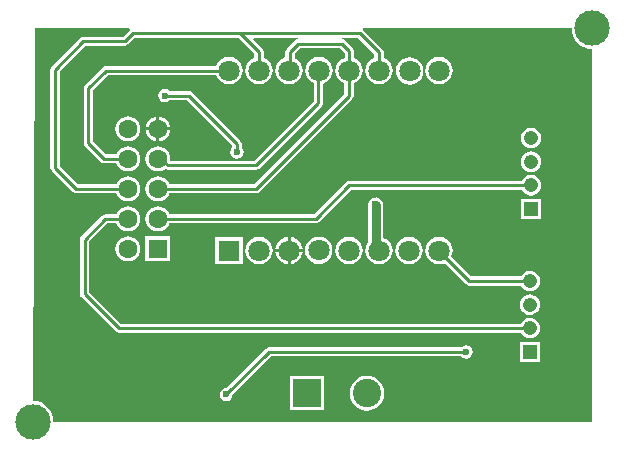
<source format=gbl>
G04*
G04 #@! TF.GenerationSoftware,Altium Limited,Altium Designer,20.1.8 (145)*
G04*
G04 Layer_Physical_Order=2*
G04 Layer_Color=16711680*
%FSLAX25Y25*%
%MOIN*%
G70*
G04*
G04 #@! TF.SameCoordinates,FEA716E4-3BEB-41DC-B402-B05547F70C4C*
G04*
G04*
G04 #@! TF.FilePolarity,Positive*
G04*
G01*
G75*
%ADD31C,0.01000*%
%ADD32C,0.02953*%
%ADD33R,0.07087X0.07087*%
%ADD34C,0.07087*%
%ADD35C,0.09449*%
%ADD36R,0.09449X0.09449*%
%ADD37C,0.06299*%
%ADD38R,0.06299X0.06299*%
%ADD39C,0.04756*%
%ADD40R,0.04756X0.04756*%
%ADD41C,0.11811*%
%ADD42C,0.02362*%
%ADD43C,0.01968*%
G36*
X191620Y141560D02*
X192015Y140258D01*
X192656Y139058D01*
X193519Y138007D01*
X194570Y137144D01*
X195770Y136503D01*
X197072Y136108D01*
X198425Y135975D01*
Y11811D01*
X18750D01*
X18617Y13165D01*
X18222Y14466D01*
X17581Y15666D01*
X16718Y16718D01*
X15666Y17581D01*
X14466Y18222D01*
X13165Y18617D01*
X11853Y18746D01*
X12598Y142913D01*
X44032D01*
X44187Y142442D01*
X44188Y142413D01*
X41886Y140112D01*
X28740D01*
X28155Y139996D01*
X27659Y139664D01*
X18210Y130215D01*
X17878Y129719D01*
X17762Y129134D01*
Y96457D01*
X17878Y95871D01*
X18210Y95375D01*
X25297Y88289D01*
X25793Y87957D01*
X26378Y87841D01*
X39705D01*
X39938Y87277D01*
X40604Y86411D01*
X41470Y85745D01*
X42480Y85327D01*
X43563Y85185D01*
X44646Y85327D01*
X45656Y85745D01*
X46523Y86411D01*
X47188Y87277D01*
X47606Y88287D01*
X47748Y89370D01*
X47606Y90453D01*
X47188Y91463D01*
X46523Y92330D01*
X45656Y92995D01*
X44646Y93413D01*
X43563Y93555D01*
X42480Y93413D01*
X41470Y92995D01*
X40604Y92330D01*
X39938Y91463D01*
X39705Y90899D01*
X27011D01*
X20821Y97090D01*
Y128500D01*
X29374Y137053D01*
X42520D01*
X43105Y137170D01*
X43601Y137501D01*
X45909Y139809D01*
X80469D01*
X85750Y134528D01*
Y133095D01*
X84988Y132780D01*
X84039Y132051D01*
X83311Y131102D01*
X82853Y129997D01*
X82697Y128811D01*
X82853Y127625D01*
X83311Y126520D01*
X84039Y125571D01*
X84988Y124843D01*
X86094Y124385D01*
X87280Y124229D01*
X88466Y124385D01*
X89571Y124843D01*
X90520Y125571D01*
X91248Y126520D01*
X91706Y127625D01*
X91862Y128811D01*
X91706Y129997D01*
X91248Y131102D01*
X90520Y132051D01*
X89571Y132780D01*
X88809Y133095D01*
Y135161D01*
X88693Y135747D01*
X88361Y136243D01*
X85257Y139347D01*
X85448Y139809D01*
X100267D01*
X100316Y139309D01*
X99808Y139208D01*
X99312Y138877D01*
X96552Y136117D01*
X96221Y135621D01*
X96105Y135035D01*
Y133239D01*
X96094Y133237D01*
X94988Y132780D01*
X94039Y132051D01*
X93311Y131102D01*
X92853Y129997D01*
X92697Y128811D01*
X92853Y127625D01*
X93311Y126520D01*
X94039Y125571D01*
X94988Y124843D01*
X96094Y124385D01*
X97280Y124229D01*
X98466Y124385D01*
X99571Y124843D01*
X100520Y125571D01*
X101248Y126520D01*
X101706Y127625D01*
X101862Y128811D01*
X101706Y129997D01*
X101248Y131102D01*
X100520Y132051D01*
X99571Y132780D01*
X99163Y132948D01*
Y134402D01*
X101027Y136266D01*
X114327D01*
X115793Y134800D01*
Y133113D01*
X114988Y132780D01*
X114039Y132051D01*
X113311Y131102D01*
X112853Y129997D01*
X112697Y128811D01*
X112853Y127625D01*
X113311Y126520D01*
X114039Y125571D01*
X114988Y124843D01*
X115773Y124518D01*
Y121085D01*
X85587Y90899D01*
X57421D01*
X57188Y91463D01*
X56523Y92330D01*
X55656Y92995D01*
X54646Y93413D01*
X53563Y93555D01*
X52480Y93413D01*
X51470Y92995D01*
X50603Y92330D01*
X49938Y91463D01*
X49520Y90453D01*
X49378Y89370D01*
X49520Y88287D01*
X49938Y87277D01*
X50603Y86411D01*
X51470Y85745D01*
X52480Y85327D01*
X53563Y85185D01*
X54646Y85327D01*
X55656Y85745D01*
X56523Y86411D01*
X57188Y87277D01*
X57421Y87841D01*
X86221D01*
X86806Y87957D01*
X87302Y88289D01*
X118384Y119370D01*
X118715Y119867D01*
X118832Y120452D01*
Y124536D01*
X119571Y124843D01*
X120520Y125571D01*
X121248Y126520D01*
X121706Y127625D01*
X121862Y128811D01*
X121706Y129997D01*
X121248Y131102D01*
X120520Y132051D01*
X119571Y132780D01*
X118852Y133077D01*
Y135433D01*
X118736Y136018D01*
X118404Y136514D01*
X116042Y138877D01*
X115546Y139208D01*
X115039Y139309D01*
X115088Y139809D01*
X120233D01*
X125750Y134292D01*
Y133095D01*
X124988Y132780D01*
X124039Y132051D01*
X123311Y131102D01*
X122853Y129997D01*
X122697Y128811D01*
X122853Y127625D01*
X123311Y126520D01*
X124039Y125571D01*
X124988Y124843D01*
X126094Y124385D01*
X127280Y124229D01*
X128466Y124385D01*
X129571Y124843D01*
X130520Y125571D01*
X131248Y126520D01*
X131706Y127625D01*
X131862Y128811D01*
X131706Y129997D01*
X131248Y131102D01*
X130520Y132051D01*
X129571Y132780D01*
X128809Y133095D01*
Y134925D01*
X128693Y135510D01*
X128361Y136006D01*
X121954Y142413D01*
X121955Y142442D01*
X122109Y142913D01*
X191486D01*
X191620Y141560D01*
D02*
G37*
%LPC*%
G36*
X147280Y133394D02*
X146094Y133237D01*
X144988Y132780D01*
X144039Y132051D01*
X143311Y131102D01*
X142853Y129997D01*
X142697Y128811D01*
X142853Y127625D01*
X143311Y126520D01*
X144039Y125571D01*
X144988Y124843D01*
X146094Y124385D01*
X147280Y124229D01*
X148466Y124385D01*
X149571Y124843D01*
X150520Y125571D01*
X151248Y126520D01*
X151706Y127625D01*
X151862Y128811D01*
X151706Y129997D01*
X151248Y131102D01*
X150520Y132051D01*
X149571Y132780D01*
X148466Y133237D01*
X147280Y133394D01*
D02*
G37*
G36*
X77280D02*
X76094Y133237D01*
X74988Y132780D01*
X74039Y132051D01*
X73311Y131102D01*
X72996Y130340D01*
X36291D01*
X35706Y130224D01*
X35210Y129893D01*
X29234Y123916D01*
X28902Y123420D01*
X28786Y122835D01*
Y104724D01*
X28902Y104139D01*
X29234Y103643D01*
X34588Y98289D01*
X35084Y97957D01*
X35669Y97841D01*
X39705D01*
X39938Y97277D01*
X40604Y96411D01*
X41470Y95745D01*
X42480Y95327D01*
X43563Y95185D01*
X44646Y95327D01*
X45656Y95745D01*
X46523Y96411D01*
X47188Y97277D01*
X47606Y98287D01*
X47748Y99370D01*
X47606Y100453D01*
X47188Y101463D01*
X46523Y102330D01*
X45656Y102995D01*
X44646Y103413D01*
X43563Y103556D01*
X42480Y103413D01*
X41470Y102995D01*
X40604Y102330D01*
X39938Y101463D01*
X39705Y100900D01*
X36303D01*
X31844Y105358D01*
Y122201D01*
X36925Y127282D01*
X72996D01*
X73311Y126520D01*
X74039Y125571D01*
X74988Y124843D01*
X76094Y124385D01*
X77280Y124229D01*
X78466Y124385D01*
X79571Y124843D01*
X80520Y125571D01*
X81248Y126520D01*
X81706Y127625D01*
X81862Y128811D01*
X81706Y129997D01*
X81248Y131102D01*
X80520Y132051D01*
X79571Y132780D01*
X78466Y133237D01*
X77280Y133394D01*
D02*
G37*
G36*
X137476Y133315D02*
X136290Y133159D01*
X135185Y132701D01*
X134236Y131973D01*
X133508Y131024D01*
X133050Y129918D01*
X132894Y128732D01*
X133050Y127546D01*
X133508Y126441D01*
X134236Y125492D01*
X135185Y124764D01*
X136290Y124306D01*
X137476Y124150D01*
X138663Y124306D01*
X139768Y124764D01*
X140717Y125492D01*
X141445Y126441D01*
X141903Y127546D01*
X142059Y128732D01*
X141903Y129918D01*
X141445Y131024D01*
X140717Y131973D01*
X139768Y132701D01*
X138663Y133159D01*
X137476Y133315D01*
D02*
G37*
G36*
X54063Y113490D02*
Y109870D01*
X57683D01*
X57606Y110453D01*
X57188Y111463D01*
X56523Y112330D01*
X55656Y112995D01*
X54646Y113413D01*
X54063Y113490D01*
D02*
G37*
G36*
X53063D02*
X52480Y113413D01*
X51470Y112995D01*
X50603Y112330D01*
X49938Y111463D01*
X49520Y110453D01*
X49443Y109870D01*
X53063D01*
Y113490D01*
D02*
G37*
G36*
X57683Y108870D02*
X54063D01*
Y105251D01*
X54646Y105327D01*
X55656Y105745D01*
X56523Y106411D01*
X57188Y107277D01*
X57606Y108287D01*
X57683Y108870D01*
D02*
G37*
G36*
X53063D02*
X49443D01*
X49520Y108287D01*
X49938Y107277D01*
X50603Y106411D01*
X51470Y105745D01*
X52480Y105327D01*
X53063Y105251D01*
Y108870D01*
D02*
G37*
G36*
X43563Y113556D02*
X42480Y113413D01*
X41470Y112995D01*
X40604Y112330D01*
X39938Y111463D01*
X39520Y110453D01*
X39378Y109370D01*
X39520Y108287D01*
X39938Y107277D01*
X40604Y106411D01*
X41470Y105745D01*
X42480Y105327D01*
X43563Y105185D01*
X44646Y105327D01*
X45656Y105745D01*
X46523Y106411D01*
X47188Y107277D01*
X47606Y108287D01*
X47748Y109370D01*
X47606Y110453D01*
X47188Y111463D01*
X46523Y112330D01*
X45656Y112995D01*
X44646Y113413D01*
X43563Y113556D01*
D02*
G37*
G36*
X177953Y109706D02*
X177071Y109590D01*
X176249Y109250D01*
X175544Y108708D01*
X175002Y108003D01*
X174662Y107181D01*
X174546Y106299D01*
X174662Y105417D01*
X175002Y104596D01*
X175544Y103890D01*
X176249Y103349D01*
X177071Y103008D01*
X177953Y102892D01*
X178835Y103008D01*
X179656Y103349D01*
X180362Y103890D01*
X180903Y104596D01*
X181244Y105417D01*
X181360Y106299D01*
X181244Y107181D01*
X180903Y108003D01*
X180362Y108708D01*
X179656Y109250D01*
X178835Y109590D01*
X177953Y109706D01*
D02*
G37*
G36*
X55905Y122696D02*
X55054Y122527D01*
X54333Y122045D01*
X53851Y121324D01*
X53682Y120472D01*
X53851Y119621D01*
X54333Y118900D01*
X55054Y118418D01*
X55905Y118249D01*
X56757Y118418D01*
X57478Y118900D01*
X57507Y118943D01*
X63146D01*
X78392Y103697D01*
Y103208D01*
X78349Y103179D01*
X77867Y102458D01*
X77697Y101607D01*
X77867Y100756D01*
X78349Y100034D01*
X79070Y99552D01*
X79921Y99383D01*
X80772Y99552D01*
X81494Y100034D01*
X81976Y100756D01*
X82145Y101607D01*
X81976Y102458D01*
X81494Y103179D01*
X81451Y103208D01*
Y104331D01*
X81334Y104916D01*
X81003Y105412D01*
X64861Y121554D01*
X64365Y121885D01*
X63779Y122002D01*
X57507D01*
X57478Y122045D01*
X56757Y122527D01*
X55905Y122696D01*
D02*
G37*
G36*
X107280Y133394D02*
X106094Y133237D01*
X104988Y132780D01*
X104039Y132051D01*
X103311Y131102D01*
X102853Y129997D01*
X102697Y128811D01*
X102853Y127625D01*
X103311Y126520D01*
X104039Y125571D01*
X104988Y124843D01*
X105557Y124607D01*
Y118744D01*
X85587Y98773D01*
X58049D01*
X57719Y99149D01*
X57748Y99370D01*
X57606Y100453D01*
X57188Y101463D01*
X56523Y102330D01*
X55656Y102995D01*
X54646Y103413D01*
X53563Y103556D01*
X52480Y103413D01*
X51470Y102995D01*
X50603Y102330D01*
X49938Y101463D01*
X49520Y100453D01*
X49378Y99370D01*
X49520Y98287D01*
X49938Y97277D01*
X50603Y96411D01*
X51470Y95745D01*
X52480Y95327D01*
X53563Y95185D01*
X54646Y95327D01*
X55656Y95745D01*
X55975Y95990D01*
X56213Y95831D01*
X56798Y95715D01*
X86221D01*
X86806Y95831D01*
X87302Y96163D01*
X108168Y117029D01*
X108500Y117525D01*
X108616Y118110D01*
Y124447D01*
X109571Y124843D01*
X110520Y125571D01*
X111248Y126520D01*
X111706Y127625D01*
X111862Y128811D01*
X111706Y129997D01*
X111248Y131102D01*
X110520Y132051D01*
X109571Y132780D01*
X108466Y133237D01*
X107280Y133394D01*
D02*
G37*
G36*
X177953Y101832D02*
X177071Y101716D01*
X176249Y101376D01*
X175544Y100834D01*
X175002Y100129D01*
X174662Y99307D01*
X174546Y98425D01*
X174662Y97543D01*
X175002Y96722D01*
X175544Y96016D01*
X176249Y95475D01*
X177071Y95134D01*
X177953Y95018D01*
X178835Y95134D01*
X179656Y95475D01*
X180362Y96016D01*
X180903Y96722D01*
X181244Y97543D01*
X181360Y98425D01*
X181244Y99307D01*
X180903Y100129D01*
X180362Y100834D01*
X179656Y101376D01*
X178835Y101716D01*
X177953Y101832D01*
D02*
G37*
G36*
Y93958D02*
X177071Y93842D01*
X176249Y93502D01*
X175544Y92960D01*
X175002Y92255D01*
X174930Y92081D01*
X117323D01*
X116738Y91964D01*
X116241Y91633D01*
X105508Y80900D01*
X57421D01*
X57188Y81463D01*
X56523Y82330D01*
X55656Y82995D01*
X54646Y83413D01*
X53563Y83556D01*
X52480Y83413D01*
X51470Y82995D01*
X50603Y82330D01*
X49938Y81463D01*
X49520Y80453D01*
X49378Y79370D01*
X49520Y78287D01*
X49938Y77277D01*
X50603Y76411D01*
X51470Y75745D01*
X52480Y75327D01*
X53563Y75185D01*
X54646Y75327D01*
X55656Y75745D01*
X56523Y76411D01*
X57188Y77277D01*
X57421Y77841D01*
X106142D01*
X106727Y77957D01*
X107223Y78289D01*
X117956Y89022D01*
X174930D01*
X175002Y88848D01*
X175544Y88142D01*
X176249Y87601D01*
X177071Y87260D01*
X177953Y87144D01*
X178835Y87260D01*
X179656Y87601D01*
X180362Y88142D01*
X180903Y88848D01*
X181244Y89669D01*
X181360Y90551D01*
X181244Y91433D01*
X180903Y92255D01*
X180362Y92960D01*
X179656Y93502D01*
X178835Y93842D01*
X177953Y93958D01*
D02*
G37*
G36*
X126245Y86516D02*
X126013Y86470D01*
X125984Y86476D01*
X125133Y86307D01*
X124412Y85825D01*
X123930Y85103D01*
X123760Y84252D01*
X123766Y84223D01*
X123720Y83991D01*
Y71635D01*
X123311Y71102D01*
X122853Y69997D01*
X122697Y68811D01*
X122853Y67625D01*
X123311Y66520D01*
X124039Y65571D01*
X124988Y64842D01*
X126094Y64385D01*
X127280Y64228D01*
X128466Y64385D01*
X129571Y64842D01*
X130520Y65571D01*
X131248Y66520D01*
X131706Y67625D01*
X131862Y68811D01*
X131706Y69997D01*
X131248Y71102D01*
X130520Y72051D01*
X129571Y72780D01*
X128770Y73111D01*
Y83991D01*
X128578Y84958D01*
X128030Y85777D01*
X127211Y86324D01*
X126245Y86516D01*
D02*
G37*
G36*
X181331Y86055D02*
X174575D01*
Y79299D01*
X181331D01*
Y86055D01*
D02*
G37*
G36*
X43563Y83556D02*
X42480Y83413D01*
X41470Y82995D01*
X40604Y82330D01*
X39938Y81463D01*
X39705Y80900D01*
X36063D01*
X35478Y80783D01*
X34982Y80452D01*
X28052Y73522D01*
X27721Y73026D01*
X27604Y72441D01*
Y54331D01*
X27721Y53745D01*
X28052Y53249D01*
X39470Y41832D01*
X39966Y41500D01*
X40551Y41384D01*
X174536D01*
X174608Y41210D01*
X175150Y40504D01*
X175856Y39963D01*
X176677Y39622D01*
X177559Y39506D01*
X178441Y39622D01*
X179263Y39963D01*
X179968Y40504D01*
X180510Y41210D01*
X180850Y42032D01*
X180966Y42913D01*
X180850Y43795D01*
X180510Y44617D01*
X179968Y45323D01*
X179263Y45864D01*
X178441Y46204D01*
X177559Y46321D01*
X176677Y46204D01*
X175856Y45864D01*
X175150Y45323D01*
X174608Y44617D01*
X174536Y44443D01*
X41185D01*
X30663Y54964D01*
Y71807D01*
X36696Y77841D01*
X39705D01*
X39938Y77277D01*
X40604Y76411D01*
X41470Y75745D01*
X42480Y75327D01*
X43563Y75185D01*
X44646Y75327D01*
X45656Y75745D01*
X46523Y76411D01*
X47188Y77277D01*
X47606Y78287D01*
X47748Y79370D01*
X47606Y80453D01*
X47188Y81463D01*
X46523Y82330D01*
X45656Y82995D01*
X44646Y83413D01*
X43563Y83556D01*
D02*
G37*
G36*
X97780Y73328D02*
Y69311D01*
X101796D01*
X101706Y69997D01*
X101248Y71102D01*
X100520Y72051D01*
X99571Y72780D01*
X98466Y73237D01*
X97780Y73328D01*
D02*
G37*
G36*
X96780D02*
X96094Y73237D01*
X94988Y72780D01*
X94039Y72051D01*
X93311Y71102D01*
X92853Y69997D01*
X92763Y69311D01*
X96780D01*
Y73328D01*
D02*
G37*
G36*
X57713Y73520D02*
X49413D01*
Y65220D01*
X57713D01*
Y73520D01*
D02*
G37*
G36*
X43563Y73555D02*
X42480Y73413D01*
X41470Y72995D01*
X40604Y72330D01*
X39938Y71463D01*
X39520Y70453D01*
X39378Y69370D01*
X39520Y68287D01*
X39938Y67277D01*
X40604Y66411D01*
X41470Y65745D01*
X42480Y65327D01*
X43563Y65185D01*
X44646Y65327D01*
X45656Y65745D01*
X46523Y66411D01*
X47188Y67277D01*
X47606Y68287D01*
X47748Y69370D01*
X47606Y70453D01*
X47188Y71463D01*
X46523Y72330D01*
X45656Y72995D01*
X44646Y73413D01*
X43563Y73555D01*
D02*
G37*
G36*
X107161Y73472D02*
X105975Y73316D01*
X104870Y72858D01*
X103921Y72130D01*
X103193Y71181D01*
X102735Y70076D01*
X102579Y68890D01*
X102735Y67704D01*
X103193Y66599D01*
X103921Y65649D01*
X104870Y64921D01*
X105975Y64464D01*
X107161Y64307D01*
X108347Y64464D01*
X109453Y64921D01*
X110402Y65649D01*
X111130Y66599D01*
X111588Y67704D01*
X111744Y68890D01*
X111588Y70076D01*
X111130Y71181D01*
X110402Y72130D01*
X109453Y72858D01*
X108347Y73316D01*
X107161Y73472D01*
D02*
G37*
G36*
X101796Y68311D02*
X97780D01*
Y64294D01*
X98466Y64385D01*
X99571Y64842D01*
X100520Y65571D01*
X101248Y66520D01*
X101706Y67625D01*
X101796Y68311D01*
D02*
G37*
G36*
X96780D02*
X92763D01*
X92853Y67625D01*
X93311Y66520D01*
X94039Y65571D01*
X94988Y64842D01*
X96094Y64385D01*
X96780Y64294D01*
Y68311D01*
D02*
G37*
G36*
X81823Y73354D02*
X72736D01*
Y64268D01*
X81823D01*
Y73354D01*
D02*
G37*
G36*
X137280Y73393D02*
X136094Y73237D01*
X134988Y72780D01*
X134039Y72051D01*
X133311Y71102D01*
X132853Y69997D01*
X132697Y68811D01*
X132853Y67625D01*
X133311Y66520D01*
X134039Y65571D01*
X134988Y64842D01*
X136094Y64385D01*
X137280Y64228D01*
X138466Y64385D01*
X139571Y64842D01*
X140520Y65571D01*
X141248Y66520D01*
X141706Y67625D01*
X141862Y68811D01*
X141706Y69997D01*
X141248Y71102D01*
X140520Y72051D01*
X139571Y72780D01*
X138466Y73237D01*
X137280Y73393D01*
D02*
G37*
G36*
X117280D02*
X116094Y73237D01*
X114988Y72780D01*
X114039Y72051D01*
X113311Y71102D01*
X112853Y69997D01*
X112697Y68811D01*
X112853Y67625D01*
X113311Y66520D01*
X114039Y65571D01*
X114988Y64842D01*
X116094Y64385D01*
X117280Y64228D01*
X118466Y64385D01*
X119571Y64842D01*
X120520Y65571D01*
X121248Y66520D01*
X121706Y67625D01*
X121862Y68811D01*
X121706Y69997D01*
X121248Y71102D01*
X120520Y72051D01*
X119571Y72780D01*
X118466Y73237D01*
X117280Y73393D01*
D02*
G37*
G36*
X87280D02*
X86094Y73237D01*
X84988Y72780D01*
X84039Y72051D01*
X83311Y71102D01*
X82853Y69997D01*
X82697Y68811D01*
X82853Y67625D01*
X83311Y66520D01*
X84039Y65571D01*
X84988Y64842D01*
X86094Y64385D01*
X87280Y64228D01*
X88466Y64385D01*
X89571Y64842D01*
X90520Y65571D01*
X91248Y66520D01*
X91706Y67625D01*
X91862Y68811D01*
X91706Y69997D01*
X91248Y71102D01*
X90520Y72051D01*
X89571Y72780D01*
X88466Y73237D01*
X87280Y73393D01*
D02*
G37*
G36*
X147280D02*
X146094Y73237D01*
X144988Y72780D01*
X144039Y72051D01*
X143311Y71102D01*
X142853Y69997D01*
X142697Y68811D01*
X142853Y67625D01*
X143311Y66520D01*
X144039Y65571D01*
X144988Y64842D01*
X146094Y64385D01*
X147280Y64228D01*
X148466Y64385D01*
X149227Y64700D01*
X156348Y57580D01*
X156844Y57248D01*
X157429Y57132D01*
X174536D01*
X174608Y56958D01*
X175150Y56252D01*
X175856Y55711D01*
X176677Y55370D01*
X177559Y55254D01*
X178441Y55370D01*
X179263Y55711D01*
X179968Y56252D01*
X180510Y56958D01*
X180850Y57780D01*
X180966Y58661D01*
X180850Y59543D01*
X180510Y60365D01*
X179968Y61071D01*
X179263Y61612D01*
X178441Y61952D01*
X177559Y62068D01*
X176677Y61952D01*
X175856Y61612D01*
X175150Y61071D01*
X174608Y60365D01*
X174536Y60191D01*
X158063D01*
X151390Y66863D01*
X151706Y67625D01*
X151862Y68811D01*
X151706Y69997D01*
X151248Y71102D01*
X150520Y72051D01*
X149571Y72780D01*
X148466Y73237D01*
X147280Y73393D01*
D02*
G37*
G36*
X177559Y54194D02*
X176677Y54078D01*
X175856Y53738D01*
X175150Y53197D01*
X174608Y52491D01*
X174268Y51669D01*
X174152Y50787D01*
X174268Y49906D01*
X174608Y49084D01*
X175150Y48378D01*
X175856Y47837D01*
X176677Y47496D01*
X177559Y47380D01*
X178441Y47496D01*
X179263Y47837D01*
X179968Y48378D01*
X180510Y49084D01*
X180850Y49906D01*
X180966Y50787D01*
X180850Y51669D01*
X180510Y52491D01*
X179968Y53197D01*
X179263Y53738D01*
X178441Y54078D01*
X177559Y54194D01*
D02*
G37*
G36*
X156299Y37263D02*
X155448Y37094D01*
X154727Y36612D01*
X154698Y36569D01*
X90551D01*
X89966Y36452D01*
X89470Y36121D01*
X76429Y23080D01*
X76378Y23090D01*
X75527Y22921D01*
X74805Y22439D01*
X74323Y21717D01*
X74154Y20866D01*
X74323Y20015D01*
X74805Y19294D01*
X75527Y18812D01*
X76378Y18642D01*
X77229Y18812D01*
X77950Y19294D01*
X78433Y20015D01*
X78602Y20866D01*
X78592Y20917D01*
X91185Y33510D01*
X154698D01*
X154727Y33467D01*
X155448Y32985D01*
X156299Y32816D01*
X157150Y32985D01*
X157872Y33467D01*
X158354Y34188D01*
X158523Y35039D01*
X158354Y35890D01*
X157872Y36612D01*
X157150Y37094D01*
X156299Y37263D01*
D02*
G37*
G36*
X180937Y38417D02*
X174181D01*
Y31661D01*
X180937D01*
Y38417D01*
D02*
G37*
G36*
X108988Y26984D02*
X97540D01*
Y15535D01*
X108988D01*
Y26984D01*
D02*
G37*
G36*
X123264Y27034D02*
X121770Y26837D01*
X120377Y26260D01*
X119181Y25343D01*
X118264Y24147D01*
X117687Y22754D01*
X117490Y21260D01*
X117687Y19766D01*
X118264Y18373D01*
X119181Y17177D01*
X120377Y16260D01*
X121770Y15683D01*
X123264Y15486D01*
X124758Y15683D01*
X126151Y16260D01*
X127347Y17177D01*
X128264Y18373D01*
X128841Y19766D01*
X129038Y21260D01*
X128841Y22754D01*
X128264Y24147D01*
X127347Y25343D01*
X126151Y26260D01*
X124758Y26837D01*
X123264Y27034D01*
D02*
G37*
%LPD*%
D31*
X76378Y20866D02*
X90551Y35039D01*
X156299D01*
X79921Y101607D02*
Y104331D01*
X63779Y120472D02*
X79921Y104331D01*
X55905Y120472D02*
X63779D01*
X56798Y97244D02*
X86221D01*
X107087Y118110D02*
Y128618D01*
X86221Y97244D02*
X107087Y118110D01*
X53563Y99370D02*
X54672D01*
X56798Y97244D01*
X126245Y69846D02*
X127280Y68811D01*
X125984Y84252D02*
X126245Y83991D01*
X53563Y79370D02*
X106142D01*
X117323Y90551D02*
X177953D01*
X106142Y79370D02*
X117323Y90551D01*
X147280Y68811D02*
X157429Y58661D01*
X177559D01*
X97634Y129165D02*
Y135035D01*
X100394Y137795D01*
X114961D01*
X117323Y128854D02*
Y135433D01*
X114961Y137795D02*
X117323Y135433D01*
X81102Y141339D02*
X120866D01*
X127280Y134925D01*
X81102Y141339D02*
X87280Y135161D01*
X45276Y141339D02*
X81102D01*
X28740Y138583D02*
X42520D01*
X45276Y141339D01*
X117280Y128811D02*
X117323Y128854D01*
X97280Y128811D02*
X97634Y129165D01*
X127280Y128811D02*
Y134925D01*
X87280Y128811D02*
Y135161D01*
X19291Y96457D02*
Y129134D01*
X28740Y138583D01*
X36291Y128811D02*
X77280D01*
X30315Y122835D02*
X36291Y128811D01*
X30315Y104724D02*
Y122835D01*
X26378Y89370D02*
X43563D01*
X19291Y96457D02*
X26378Y89370D01*
X35669Y99370D02*
X43563D01*
X30315Y104724D02*
X35669Y99370D01*
X86221Y89370D02*
X117302Y120452D01*
Y128788D01*
X53563Y89370D02*
X86221D01*
X117280Y128811D02*
X117302Y128788D01*
X107087Y128618D02*
X107280Y128811D01*
X40551Y42913D02*
X177559D01*
X29134Y54331D02*
X40551Y42913D01*
X29134Y54331D02*
Y72441D01*
X36063Y79370D01*
X43563D01*
D32*
X126245Y69846D02*
Y83991D01*
D33*
X77280Y68811D02*
D03*
D34*
X87280D02*
D03*
X97280D02*
D03*
X117280D02*
D03*
X127280D02*
D03*
X137280D02*
D03*
X147280D02*
D03*
X77280Y128811D02*
D03*
X87280D02*
D03*
X97280D02*
D03*
X107280D02*
D03*
X117280D02*
D03*
X127280D02*
D03*
X137476Y128732D02*
D03*
X147280Y128811D02*
D03*
X107161Y68890D02*
D03*
D35*
X123264Y21260D02*
D03*
D36*
X103264D02*
D03*
D37*
X53563Y109370D02*
D03*
Y99370D02*
D03*
X43563Y109370D02*
D03*
Y99370D02*
D03*
X53563Y89370D02*
D03*
X43563D02*
D03*
Y79370D02*
D03*
X53563D02*
D03*
X43563Y69370D02*
D03*
D38*
X53563D02*
D03*
D39*
X177953Y106299D02*
D03*
Y98425D02*
D03*
Y90551D02*
D03*
X177559Y58661D02*
D03*
Y50787D02*
D03*
Y42913D02*
D03*
D40*
X177953Y82677D02*
D03*
X177559Y35039D02*
D03*
D41*
X11811Y11811D02*
D03*
X198425Y142913D02*
D03*
D42*
X76378Y20866D02*
D03*
X79921Y101607D02*
D03*
X55905Y120472D02*
D03*
X125984Y84252D02*
D03*
X156299Y35039D02*
D03*
D43*
X146811Y129280D02*
X147280Y128811D01*
M02*

</source>
